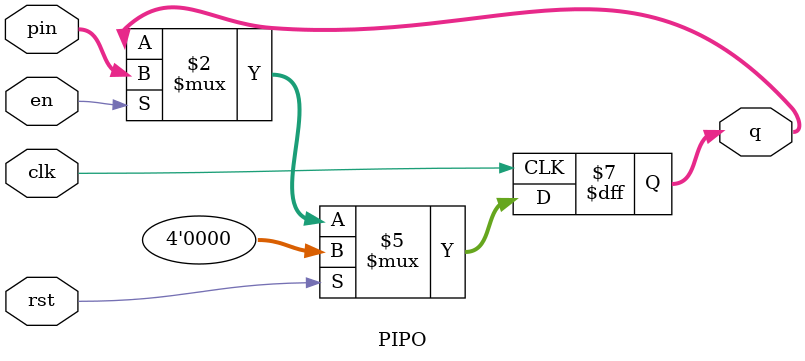
<source format=v>

module PIPO #(
     parameter N=4)(
     input clk,rst,en,
     input [N-1:0]pin,
     output reg [N-1:0]q);

     always@(posedge clk)begin
          if(rst)begin
             q <= 1'b0;
          end
          else if(en)begin
	     q <= pin;
          end
  end
     endmodule
         
           
     

</source>
